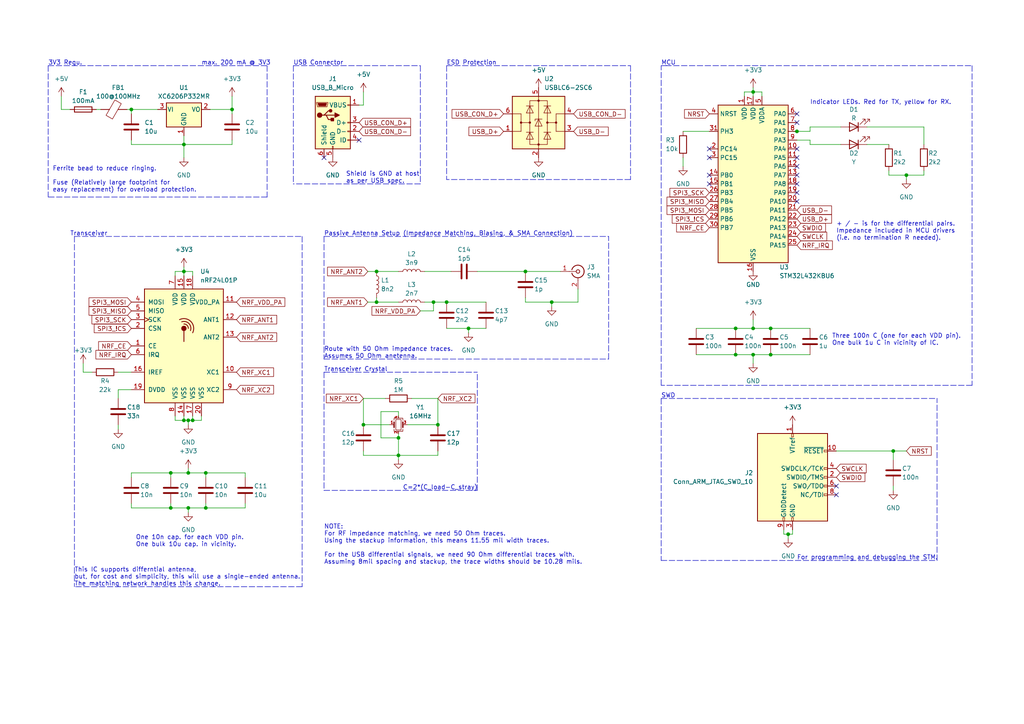
<source format=kicad_sch>
(kicad_sch (version 20230121) (generator eeschema)
  (paper "A4")
  (title_block (title "Hermes") (date "2023-08-23") (rev "A") (comment 1 "STM32 w/ RF and USB") (comment 2 "A fun little embedded sys. for experimenting with RF."))
  (lib_symbols
    (symbol "Connector:Conn_ARM_JTAG_SWD_10" (pin_names (offset 1.016))
      (property "Reference" "J" (at -2.54 16.51 0))
      (property "Value" "Conn_ARM_JTAG_SWD_10" (at -2.54 13.97 0))
      (symbol "Conn_ARM_JTAG_SWD_10_0_1"
        (rectangle (start -10.16 12.7) (end 10.16 -12.7) (stroke (width 0.254)) (fill (type background)))
        (rectangle (start -2.794 -12.7) (end -2.286 -11.684))
        (rectangle (start -0.254 -12.7) (end 0.254 -11.684))
        (rectangle (start -0.254 12.7) (end 0.254 11.684))
        (rectangle (start 9.144 2.286) (end 10.16 2.794))
        (rectangle (start 10.16 -2.794) (end 9.144 -2.286))
        (rectangle (start 10.16 -0.254) (end 9.144 0.254))
        (rectangle (start 10.16 7.874) (end 9.144 7.366))
      )
      (symbol "Conn_ARM_JTAG_SWD_10_1_1"
        (rectangle (start 9.144 -5.334) (end 10.16 -4.826))
        (pin power_in line (at 0 15.24 270) (length 2.54) (name "VTref") (number "1"))
        (pin open_collector line (at 12.7 7.62 180) (length 2.54) (name "~{RESET}") (number "10"))
        (pin bidirectional line (at 12.7 0 180) (length 2.54) (name "SWDIO/TMS") (number "2"))
        (pin power_in line (at 0 -15.24 90) (length 2.54) (name "GND") (number "3"))
        (pin output line (at 12.7 2.54 180) (length 2.54) (name "SWDCLK/TCK") (number "4"))
        (pin passive line (at 0 -15.24 90) (length 2.54) hide (name "GND") (number "5"))
        (pin input line (at 12.7 -2.54 180) (length 2.54) (name "SWO/TDO") (number "6"))
        (pin no_connect line (at -10.16 0 0) (length 2.54) hide (name "KEY") (number "7"))
        (pin output line (at 12.7 -5.08 180) (length 2.54) (name "NC/TDI") (number "8"))
        (pin passive line (at -2.54 -15.24 90) (length 2.54) (name "GNDDetect") (number "9"))
      )
    )
    (symbol "Connector:Conn_Coaxial" (pin_names (offset 1.016) hide)
      (property "Reference" "J" (at 0.254 3.048 0))
      (property "Value" "Conn_Coaxial" (at 2.921 0 90))
      (symbol "Conn_Coaxial_0_1"
        (arc (start -1.778 -0.508) (mid 0.2311 -1.8066) (end 1.778 0) (stroke (width 0.254)))
        (polyline (pts (xy -2.54 0) (xy -0.508 0)))
        (polyline (pts (xy 0 -2.54) (xy 0 -1.778)))
        (circle (center 0 0) (radius 0.508) (stroke (width 0.2032)))
        (arc (start 1.778 0) (mid 0.2099 1.8101) (end -1.778 0.508) (stroke (width 0.254)))
      )
      (symbol "Conn_Coaxial_1_1"
        (pin passive line (at -5.08 0 0) (length 2.54) (name "In") (number "1"))
        (pin passive line (at 0 -5.08 90) (length 2.54) (name "Ext") (number "2"))
      )
    )
    (symbol "Connector:USB_B_Micro" (pin_names (offset 1.016))
      (property "Reference" "J" (at -5.08 11.43 0))
      (property "Value" "USB_B_Micro" (at -5.08 8.89 0))
      (symbol "USB_B_Micro_0_1"
        (rectangle (start -5.08 -7.62) (end 5.08 7.62) (stroke (width 0.254)) (fill (type background)))
        (circle (center -3.81 2.159) (radius 0.635) (stroke (width 0.254)) (fill (type outline)))
        (circle (center -0.635 3.429) (radius 0.381) (stroke (width 0.254)) (fill (type outline)))
        (rectangle (start -0.127 -7.62) (end 0.127 -6.858))
        (polyline (pts (xy -1.905 2.159) (xy 0.635 2.159)) (stroke (width 0.254)))
        (polyline (pts (xy -3.175 2.159) (xy -2.54 2.159) (xy -1.27 3.429) (xy -0.635 3.429)) (stroke (width 0.254)))
        (polyline (pts (xy -2.54 2.159) (xy -1.905 2.159) (xy -1.27 0.889) (xy 0 0.889)) (stroke (width 0.254)))
        (polyline (pts (xy 0.635 2.794) (xy 0.635 1.524) (xy 1.905 2.159) (xy 0.635 2.794)) (stroke (width 0.254)) (fill (type outline)))
        (polyline (pts (xy -4.318 5.588) (xy -1.778 5.588) (xy -2.032 4.826) (xy -4.064 4.826) (xy -4.318 5.588)) (fill (type outline)))
        (polyline (pts (xy -4.699 5.842) (xy -4.699 5.588) (xy -4.445 4.826) (xy -4.445 4.572) (xy -1.651 4.572) (xy -1.651 4.826) (xy -1.397 5.588) (xy -1.397 5.842) (xy -4.699 5.842)))
        (rectangle (start 0.254 1.27) (end -0.508 0.508) (stroke (width 0.254)) (fill (type outline)))
        (rectangle (start 5.08 -5.207) (end 4.318 -4.953))
        (rectangle (start 5.08 -2.667) (end 4.318 -2.413))
        (rectangle (start 5.08 -0.127) (end 4.318 0.127))
        (rectangle (start 5.08 4.953) (end 4.318 5.207))
      )
      (symbol "USB_B_Micro_1_1"
        (pin power_out line (at 7.62 5.08 180) (length 2.54) (name "VBUS") (number "1"))
        (pin bidirectional line (at 7.62 -2.54 180) (length 2.54) (name "D-") (number "2"))
        (pin bidirectional line (at 7.62 0 180) (length 2.54) (name "D+") (number "3"))
        (pin passive line (at 7.62 -5.08 180) (length 2.54) (name "ID") (number "4"))
        (pin power_out line (at 0 -10.16 90) (length 2.54) (name "GND") (number "5"))
        (pin passive line (at -2.54 -10.16 90) (length 2.54) (name "Shield") (number "6"))
      )
    )
    (symbol "Device:C" (pin_numbers hide) (pin_names (offset 0.254))
      (property "Reference" "C" (at 0.635 2.54 0))
      (property "Value" "C" (at 0.635 -2.54 0))
      (symbol "C_0_1"
        (polyline (pts (xy -2.032 -0.762) (xy 2.032 -0.762)) (stroke (width 0.508)))
        (polyline (pts (xy -2.032 0.762) (xy 2.032 0.762)) (stroke (width 0.508)))
      )
      (symbol "C_1_1"
        (pin passive line (at 0 3.81 270) (length 2.794) (name "~") (number "1"))
        (pin passive line (at 0 -3.81 90) (length 2.794) (name "~") (number "2"))
      )
    )
    (symbol "Device:Crystal_GND24_Small" (pin_names (offset 1.016) hide)
      (property "Reference" "Y" (at 1.27 4.445 0))
      (property "Value" "Crystal_GND24_Small" (at 1.27 2.54 0))
      (symbol "Crystal_GND24_Small_0_1"
        (rectangle (start -0.762 -1.524) (end 0.762 1.524))
        (polyline (pts (xy -1.27 -0.762) (xy -1.27 0.762)) (stroke (width 0.381)))
        (polyline (pts (xy 1.27 -0.762) (xy 1.27 0.762)) (stroke (width 0.381)))
        (polyline (pts (xy -1.27 -1.27) (xy -1.27 -1.905) (xy 1.27 -1.905) (xy 1.27 -1.27)))
        (polyline (pts (xy -1.27 1.27) (xy -1.27 1.905) (xy 1.27 1.905) (xy 1.27 1.27)))
      )
      (symbol "Crystal_GND24_Small_1_1"
        (pin passive line (at -2.54 0 0) (length 1.27) (name "1") (number "1"))
        (pin passive line (at 0 -2.54 90) (length 0.635) (name "2") (number "2"))
        (pin passive line (at 2.54 0 180) (length 1.27) (name "3") (number "3"))
        (pin passive line (at 0 2.54 270) (length 0.635) (name "4") (number "4"))
      )
    )
    (symbol "Device:FerriteBead" (pin_numbers hide) (pin_names (offset 0))
      (property "Reference" "FB" (at -3.81 0.635 90))
      (property "Value" "FerriteBead" (at 3.81 0 90))
      (symbol "FerriteBead_0_1"
        (polyline (pts (xy 0 -1.27) (xy 0 -1.2192)))
        (polyline (pts (xy 0 1.27) (xy 0 1.2954)))
        (polyline (pts (xy -2.7686 0.4064) (xy -1.7018 2.2606) (xy 2.7686 -0.3048) (xy 1.6764 -2.159) (xy -2.7686 0.4064)))
      )
      (symbol "FerriteBead_1_1"
        (pin passive line (at 0 3.81 270) (length 2.54) (name "~") (number "1"))
        (pin passive line (at 0 -3.81 90) (length 2.54) (name "~") (number "2"))
      )
    )
    (symbol "Device:Fuse" (pin_numbers hide) (pin_names (offset 0))
      (property "Reference" "F" (at 2.032 0 90))
      (property "Value" "Fuse" (at -1.905 0 90))
      (symbol "Fuse_0_1"
        (rectangle (start -0.762 -2.54) (end 0.762 2.54) (stroke (width 0.254)))
        (polyline (pts (xy 0 2.54) (xy 0 -2.54)))
      )
      (symbol "Fuse_1_1"
        (pin passive line (at 0 3.81 270) (length 1.27) (name "~") (number "1"))
        (pin passive line (at 0 -3.81 90) (length 1.27) (name "~") (number "2"))
      )
    )
    (symbol "Device:L" (pin_numbers hide) (pin_names (offset 1.016) hide)
      (property "Reference" "L" (at -1.27 0 90))
      (property "Value" "L" (at 1.905 0 90))
      (symbol "L_0_1"
        (arc (start 0 -2.54) (mid 0.6323 -1.905) (end 0 -1.27))
        (arc (start 0 -1.27) (mid 0.6323 -0.635) (end 0 0))
        (arc (start 0 0) (mid 0.6323 0.635) (end 0 1.27))
        (arc (start 0 1.27) (mid 0.6323 1.905) (end 0 2.54))
      )
      (symbol "L_1_1"
        (pin passive line (at 0 3.81 270) (length 1.27) (name "1") (number "1"))
        (pin passive line (at 0 -3.81 90) (length 1.27) (name "2") (number "2"))
      )
    )
    (symbol "Device:LED" (pin_numbers hide) (pin_names (offset 1.016) hide)
      (property "Reference" "D" (at 0 2.54 0))
      (property "Value" "LED" (at 0 -2.54 0))
      (symbol "LED_0_1"
        (polyline (pts (xy -1.27 -1.27) (xy -1.27 1.27)) (stroke (width 0.254)))
        (polyline (pts (xy -1.27 0) (xy 1.27 0)))
        (polyline (pts (xy 1.27 -1.27) (xy 1.27 1.27) (xy -1.27 0) (xy 1.27 -1.27)) (stroke (width 0.254)))
        (polyline (pts (xy -3.048 -0.762) (xy -4.572 -2.286) (xy -3.81 -2.286) (xy -4.572 -2.286) (xy -4.572 -1.524)))
        (polyline (pts (xy -1.778 -0.762) (xy -3.302 -2.286) (xy -2.54 -2.286) (xy -3.302 -2.286) (xy -3.302 -1.524)))
      )
      (symbol "LED_1_1"
        (pin passive line (at -3.81 0 0) (length 2.54) (name "K") (number "1"))
        (pin passive line (at 3.81 0 180) (length 2.54) (name "A") (number "2"))
      )
    )
    (symbol "Device:R" (pin_numbers hide) (pin_names (offset 0))
      (property "Reference" "R" (at 2.032 0 90))
      (property "Value" "R" (at 0 0 90))
      (symbol "R_0_1"
        (rectangle (start -1.016 -2.54) (end 1.016 2.54) (stroke (width 0.254)))
      )
      (symbol "R_1_1"
        (pin passive line (at 0 3.81 270) (length 1.27) (name "~") (number "1"))
        (pin passive line (at 0 -3.81 90) (length 1.27) (name "~") (number "2"))
      )
    )
    (symbol "MCU_ST_STM32L4:STM32L432KBUx"
      (property "Reference" "U" (at -10.16 24.13 0))
      (property "Value" "STM32L432KBUx" (at 5.08 24.13 0))
      (symbol "STM32L432KBUx_0_1"
        (rectangle (start -10.16 -22.86) (end 10.16 22.86) (stroke (width 0.254)) (fill (type background)))
      )
      (symbol "STM32L432KBUx_1_1"
        (pin power_in line (at -2.54 25.4 270) (length 2.54) (name "VDD") (number "1"))
        (pin bidirectional line (at 12.7 10.16 180) (length 2.54) (name "PA4") (number "10"))
        (pin bidirectional line (at 12.7 7.62 180) (length 2.54) (name "PA5") (number "11"))
        (pin bidirectional line (at 12.7 5.08 180) (length 2.54) (name "PA6") (number "12"))
        (pin bidirectional line (at 12.7 2.54 180) (length 2.54) (name "PA7") (number "13"))
        (pin bidirectional line (at -12.7 2.54 0) (length 2.54) (name "PB0") (number "14"))
        (pin bidirectional line (at -12.7 0 0) (length 2.54) (name "PB1") (number "15"))
        (pin power_in line (at 0 -25.4 90) (length 2.54) (name "VSS") (number "16"))
        (pin power_in line (at 0 25.4 270) (length 2.54) (name "VDD") (number "17"))
        (pin bidirectional line (at 12.7 0 180) (length 2.54) (name "PA8") (number "18"))
        (pin bidirectional line (at 12.7 -2.54 180) (length 2.54) (name "PA9") (number "19"))
        (pin bidirectional line (at -12.7 10.16 0) (length 2.54) (name "PC14") (number "2"))
        (pin bidirectional line (at 12.7 -5.08 180) (length 2.54) (name "PA10") (number "20"))
        (pin bidirectional line (at 12.7 -7.62 180) (length 2.54) (name "PA11") (number "21"))
        (pin bidirectional line (at 12.7 -10.16 180) (length 2.54) (name "PA12") (number "22"))
        (pin bidirectional line (at 12.7 -12.7 180) (length 2.54) (name "PA13") (number "23"))
        (pin bidirectional line (at 12.7 -15.24 180) (length 2.54) (name "PA14") (number "24"))
        (pin bidirectional line (at 12.7 -17.78 180) (length 2.54) (name "PA15") (number "25"))
        (pin bidirectional line (at -12.7 -2.54 0) (length 2.54) (name "PB3") (number "26"))
        (pin bidirectional line (at -12.7 -5.08 0) (length 2.54) (name "PB4") (number "27"))
        (pin bidirectional line (at -12.7 -7.62 0) (length 2.54) (name "PB5") (number "28"))
        (pin bidirectional line (at -12.7 -10.16 0) (length 2.54) (name "PB6") (number "29"))
        (pin bidirectional line (at -12.7 7.62 0) (length 2.54) (name "PC15") (number "3"))
        (pin bidirectional line (at -12.7 -12.7 0) (length 2.54) (name "PB7") (number "30"))
        (pin bidirectional line (at -12.7 15.24 0) (length 2.54) (name "PH3") (number "31"))
        (pin passive line (at 0 -25.4 90) (length 2.54) hide (name "VSS") (number "32"))
        (pin passive line (at 0 -25.4 90) (length 2.54) hide (name "VSS") (number "33"))
        (pin input line (at -12.7 20.32 0) (length 2.54) (name "NRST") (number "4"))
        (pin power_in line (at 2.54 25.4 270) (length 2.54) (name "VDDA") (number "5"))
        (pin bidirectional line (at 12.7 20.32 180) (length 2.54) (name "PA0") (number "6"))
        (pin bidirectional line (at 12.7 17.78 180) (length 2.54) (name "PA1") (number "7"))
        (pin bidirectional line (at 12.7 15.24 180) (length 2.54) (name "PA2") (number "8"))
        (pin bidirectional line (at 12.7 12.7 180) (length 2.54) (name "PA3") (number "9"))
      )
    )
    (symbol "Power_Protection:USBLC6-2SC6" (pin_names hide)
      (property "Reference" "U" (at 2.54 8.89 0))
      (property "Value" "USBLC6-2SC6" (at 2.54 -8.89 0))
      (symbol "USBLC6-2SC6_0_1"
        (rectangle (start -7.62 -7.62) (end 7.62 7.62) (stroke (width 0.254)) (fill (type background)))
        (circle (center -5.08 0) (radius 0.254) (fill (type outline)))
        (circle (center -2.54 0) (radius 0.254) (fill (type outline)))
        (rectangle (start -2.54 6.35) (end 2.54 -6.35))
        (circle (center 0 -6.35) (radius 0.254) (fill (type outline)))
        (polyline (pts (xy -5.08 -2.54) (xy -7.62 -2.54)))
        (polyline (pts (xy -5.08 0) (xy -5.08 -2.54)))
        (polyline (pts (xy -5.08 2.54) (xy -7.62 2.54)))
        (polyline (pts (xy -1.524 -2.794) (xy -3.556 -2.794)))
        (polyline (pts (xy -1.524 4.826) (xy -3.556 4.826)))
        (polyline (pts (xy 0 -7.62) (xy 0 -6.35)))
        (polyline (pts (xy 0 -6.35) (xy 0 1.27)))
        (polyline (pts (xy 0 1.27) (xy 0 6.35)))
        (polyline (pts (xy 0 6.35) (xy 0 7.62)))
        (polyline (pts (xy 1.524 -2.794) (xy 3.556 -2.794)))
        (polyline (pts (xy 1.524 4.826) (xy 3.556 4.826)))
        (polyline (pts (xy 5.08 -2.54) (xy 7.62 -2.54)))
        (polyline (pts (xy 5.08 0) (xy 5.08 -2.54)))
        (polyline (pts (xy 5.08 2.54) (xy 7.62 2.54)))
        (polyline (pts (xy -2.54 0) (xy -5.08 0) (xy -5.08 2.54)))
        (polyline (pts (xy 2.54 0) (xy 5.08 0) (xy 5.08 2.54)))
        (polyline (pts (xy -3.556 -4.826) (xy -1.524 -4.826) (xy -2.54 -2.794) (xy -3.556 -4.826)))
        (polyline (pts (xy -3.556 2.794) (xy -1.524 2.794) (xy -2.54 4.826) (xy -3.556 2.794)))
        (polyline (pts (xy -1.016 -1.016) (xy 1.016 -1.016) (xy 0 1.016) (xy -1.016 -1.016)))
        (polyline (pts (xy 1.016 1.016) (xy 0.762 1.016) (xy -1.016 1.016) (xy -1.016 0.508)))
        (polyline (pts (xy 3.556 -4.826) (xy 1.524 -4.826) (xy 2.54 -2.794) (xy 3.556 -4.826)))
        (polyline (pts (xy 3.556 2.794) (xy 1.524 2.794) (xy 2.54 4.826) (xy 3.556 2.794)))
        (circle (center 0 6.35) (radius 0.254) (fill (type outline)))
        (circle (center 2.54 0) (radius 0.254) (fill (type outline)))
        (circle (center 5.08 0) (radius 0.254) (fill (type outline)))
      )
      (symbol "USBLC6-2SC6_1_1"
        (pin passive line (at -10.16 -2.54 0) (length 2.54) (name "I/O1") (number "1"))
        (pin passive line (at 0 -10.16 90) (length 2.54) (name "GND") (number "2"))
        (pin passive line (at 10.16 -2.54 180) (length 2.54) (name "I/O2") (number "3"))
        (pin passive line (at 10.16 2.54 180) (length 2.54) (name "I/O2") (number "4"))
        (pin passive line (at 0 10.16 270) (length 2.54) (name "VBUS") (number "5"))
        (pin passive line (at -10.16 2.54 0) (length 2.54) (name "I/O1") (number "6"))
      )
    )
    (symbol "RF:nRF24L01P" (pin_names (offset 1.016))
      (property "Reference" "U" (at -11.43 17.78 0))
      (property "Value" "nRF24L01P" (at 5.08 17.78 0))
      (symbol "nRF24L01P_0_1"
        (rectangle (start -11.43 16.51) (end 11.43 -16.51) (stroke (width 0.254)) (fill (type background)))
        (polyline (pts (xy 0 4.445) (xy 0 1.27)) (stroke (width 0.254)))
        (circle (center 0 5.08) (radius 0.635) (stroke (width 0.254)) (fill (type outline)))
        (arc (start 1.27 5.08) (mid 0.9071 5.9946) (end 0 6.35) (stroke (width 0.254)))
        (arc (start 1.905 4.445) (mid 1.4313 6.5254) (end -0.635 6.985) (stroke (width 0.254)))
        (arc (start 2.54 3.81) (mid 2.008 7.088) (end -1.27 7.62) (stroke (width 0.254)))
        (rectangle (start 11.43 -13.97) (end 11.43 -13.97))
      )
      (symbol "nRF24L01P_1_1"
        (pin input line (at -15.24 0 0) (length 3.81) (name "CE") (number "1"))
        (pin passive line (at 15.24 -7.62 180) (length 3.81) (name "XC1") (number "10"))
        (pin power_out line (at 15.24 12.7 180) (length 3.81) (name "VDD_PA") (number "11"))
        (pin passive line (at 15.24 7.62 180) (length 3.81) (name "ANT1") (number "12"))
        (pin passive line (at 15.24 2.54 180) (length 3.81) (name "ANT2") (number "13"))
        (pin power_in line (at 0 -20.32 90) (length 3.81) (name "VSS") (number "14"))
        (pin power_in line (at 0 20.32 270) (length 3.81) (name "VDD") (number "15"))
        (pin passive line (at -15.24 -7.62 0) (length 3.81) (name "IREF") (number "16"))
        (pin power_in line (at 2.54 -20.32 90) (length 3.81) (name "VSS") (number "17"))
        (pin power_in line (at 2.54 20.32 270) (length 3.81) (name "VDD") (number "18"))
        (pin power_out line (at -15.24 -12.7 0) (length 3.81) (name "DVDD") (number "19"))
        (pin input line (at -15.24 5.08 0) (length 3.81) (name "CSN") (number "2"))
        (pin power_in line (at 5.08 -20.32 90) (length 3.81) (name "VSS") (number "20"))
        (pin input clock (at -15.24 7.62 0) (length 3.81) (name "SCK") (number "3"))
        (pin input line (at -15.24 12.7 0) (length 3.81) (name "MOSI") (number "4"))
        (pin output line (at -15.24 10.16 0) (length 3.81) (name "MISO") (number "5"))
        (pin output line (at -15.24 -2.54 0) (length 3.81) (name "IRQ") (number "6"))
        (pin power_in line (at -2.54 20.32 270) (length 3.81) (name "VDD") (number "7"))
        (pin power_in line (at -2.54 -20.32 90) (length 3.81) (name "VSS") (number "8"))
        (pin passive line (at 15.24 -12.7 180) (length 3.81) (name "XC2") (number "9"))
      )
    )
    (symbol "Regulator_Linear:XC6206PxxxMR" (pin_names (offset 0.254))
      (property "Reference" "U" (at -3.81 3.175 0))
      (property "Value" "XC6206PxxxMR" (at 0 3.175 0))
      (symbol "XC6206PxxxMR_0_1"
        (rectangle (start -5.08 1.905) (end 5.08 -5.08) (stroke (width 0.254)) (fill (type background)))
      )
      (symbol "XC6206PxxxMR_1_1"
        (pin power_in line (at 0 -7.62 90) (length 2.54) (name "GND") (number "1"))
        (pin power_out line (at 7.62 0 180) (length 2.54) (name "VO") (number "2"))
        (pin power_in line (at -7.62 0 0) (length 2.54) (name "VI") (number "3"))
      )
    )
    (symbol "power:+3V3" (power) (pin_names (offset 0))
      (property "Value" "+3V3" (at 0 3.556 0))
      (symbol "+3V3_0_1"
        (polyline (pts (xy -0.762 1.27) (xy 0 2.54)))
        (polyline (pts (xy 0 0) (xy 0 2.54)))
        (polyline (pts (xy 0 2.54) (xy 0.762 1.27)))
      )
      (symbol "+3V3_1_1"
        (pin power_in line (at 0 0 90) (length 0) hide (name "+3V3") (number "1"))
      )
    )
    (symbol "power:+5V" (power) (pin_names (offset 0))
      (property "Value" "+5V" (at 0 3.556 0))
      (symbol "+5V_0_1"
        (polyline (pts (xy -0.762 1.27) (xy 0 2.54)))
        (polyline (pts (xy 0 0) (xy 0 2.54)))
        (polyline (pts (xy 0 2.54) (xy 0.762 1.27)))
      )
      (symbol "+5V_1_1"
        (pin power_in line (at 0 0 90) (length 0) hide (name "+5V") (number "1"))
      )
    )
    (symbol "power:GND" (power) (pin_names (offset 0))
      (property "Value" "GND" (at 0 -3.81 0))
      (symbol "GND_0_1"
        (polyline (pts (xy 0 0) (xy 0 -1.27) (xy 1.27 -1.27) (xy 0 -2.54) (xy -1.27 -1.27) (xy 0 -1.27)))
      )
      (symbol "GND_1_1"
        (pin power_in line (at 0 0 270) (length 0) hide (name "GND") (number "1"))
      )
    )
  )
  (junction (at 127 123.19))
  (junction (at 125.73 87.63))
  (junction (at 67.31 31.75))
  (junction (at 115.57 132.08))
  (junction (at 49.53 137.16))
  (junction (at 218.44 26.67))
  (junction (at 223.52 102.87))
  (junction (at 109.22 78.74))
  (junction (at 129.54 87.63))
  (junction (at 152.4 78.74))
  (junction (at 218.44 102.87))
  (junction (at 55.88 121.92))
  (junction (at 160.02 87.63))
  (junction (at 105.41 123.19))
  (junction (at 53.34 41.91))
  (junction (at 54.61 137.16))
  (junction (at 115.57 127))
  (junction (at 59.69 147.32))
  (junction (at 135.89 95.25))
  (junction (at 223.52 95.25))
  (junction (at 109.22 87.63))
  (junction (at 53.34 121.92))
  (junction (at 53.34 78.74))
  (junction (at 262.89 50.8))
  (junction (at 228.6 154.94))
  (junction (at 59.69 137.16))
  (junction (at 213.36 102.87))
  (junction (at 231.14 38.1))
  (junction (at 54.61 121.92))
  (junction (at 213.36 95.25))
  (junction (at 49.53 147.32))
  (junction (at 218.44 95.25))
  (junction (at 54.61 147.32))
  (junction (at 259.08 130.81))
  (junction (at 38.1 31.75))
  (no_connect (at 205.74 45.72))
  (no_connect (at 231.14 58.42))
  (no_connect (at 231.14 35.56))
  (no_connect (at 231.14 55.88))
  (no_connect (at 231.14 43.18))
  (no_connect (at 231.14 45.72))
  (no_connect (at 231.14 33.02))
  (no_connect (at 242.57 140.97))
  (no_connect (at 242.57 143.51))
  (no_connect (at 231.14 48.26))
  (no_connect (at 205.74 43.18))
  (no_connect (at 93.98 45.72))
  (no_connect (at 231.14 50.8))
  (no_connect (at 104.14 40.64))
  (no_connect (at 231.14 53.34))
  (no_connect (at 205.74 50.8))
  (no_connect (at 205.74 53.34))
  (polyline (pts (xy 93.98 68.58) (xy 176.53 68.58)) (stroke (width 0) (type dash)))
  (wire (pts (xy 201.93 102.87) (xy 213.36 102.87)))
  (wire (pts (xy 198.12 45.72) (xy 198.12 48.26)))
  (polyline (pts (xy 281.94 111.76) (xy 191.77 111.76)) (stroke (width 0) (type dash)))
  (wire (pts (xy 104.14 30.48) (xy 105.41 30.48)))
  (wire (pts (xy 105.41 132.08) (xy 115.57 132.08)))
  (wire (pts (xy 49.53 146.05) (xy 49.53 147.32)))
  (polyline (pts (xy 85.09 19.05) (xy 121.92 19.05)) (stroke (width 0) (type dash)))
  (wire (pts (xy 53.34 78.74) (xy 53.34 80.01)))
  (wire (pts (xy 53.34 120.65) (xy 53.34 121.92)))
  (wire (pts (xy 58.42 121.92) (xy 58.42 120.65)))
  (wire (pts (xy 229.87 38.1) (xy 231.14 38.1)))
  (wire (pts (xy 59.69 147.32) (xy 71.12 147.32)))
  (polyline (pts (xy 176.53 104.14) (xy 176.53 68.58)) (stroke (width 0) (type dash)))
  (polyline (pts (xy 87.63 68.58) (xy 87.63 170.18)) (stroke (width 0) (type dash)))
  (wire (pts (xy 135.89 95.25) (xy 140.97 95.25)))
  (polyline (pts (xy 271.78 162.56) (xy 271.78 115.57)) (stroke (width 0) (type dash)))
  (wire (pts (xy 115.57 125.73) (xy 115.57 127)))
  (wire (pts (xy 109.22 86.36) (xy 109.22 87.63)))
  (wire (pts (xy 125.73 87.63) (xy 129.54 87.63)))
  (polyline (pts (xy 85.09 19.05) (xy 85.09 53.34)) (stroke (width 0) (type dash)))
  (wire (pts (xy 129.54 87.63) (xy 140.97 87.63)))
  (wire (pts (xy 251.46 41.91) (xy 257.81 41.91)))
  (wire (pts (xy 67.31 40.64) (xy 67.31 41.91)))
  (wire (pts (xy 257.81 49.53) (xy 257.81 50.8)))
  (wire (pts (xy 49.53 147.32) (xy 54.61 147.32)))
  (wire (pts (xy 218.44 26.67) (xy 220.98 26.67)))
  (wire (pts (xy 152.4 78.74) (xy 162.56 78.74)))
  (wire (pts (xy 167.64 87.63) (xy 167.64 83.82)))
  (polyline (pts (xy 191.77 115.57) (xy 271.78 115.57)) (stroke (width 0) (type dash)))
  (wire (pts (xy 50.8 78.74) (xy 50.8 80.01)))
  (wire (pts (xy 53.34 41.91) (xy 53.34 45.72)))
  (wire (pts (xy 115.57 127) (xy 115.57 132.08)))
  (wire (pts (xy 106.68 87.63) (xy 109.22 87.63)))
  (wire (pts (xy 160.02 87.63) (xy 167.64 87.63)))
  (wire (pts (xy 259.08 130.81) (xy 259.08 133.35)))
  (wire (pts (xy 109.22 87.63) (xy 115.57 87.63)))
  (wire (pts (xy 228.6 154.94) (xy 229.87 154.94)))
  (wire (pts (xy 251.46 36.83) (xy 267.97 36.83)))
  (wire (pts (xy 129.54 95.25) (xy 135.89 95.25)))
  (wire (pts (xy 38.1 113.03) (xy 34.29 113.03)))
  (wire (pts (xy 50.8 78.74) (xy 53.34 78.74)))
  (polyline (pts (xy 191.77 19.05) (xy 194.31 19.05)) (stroke (width 0) (type dash)))
  (polyline (pts (xy 191.77 111.76) (xy 191.77 19.05)) (stroke (width 0) (type dash)))
  (wire (pts (xy 135.89 95.25) (xy 135.89 96.52)))
  (wire (pts (xy 234.95 36.83) (xy 234.95 38.1)))
  (wire (pts (xy 218.44 102.87) (xy 218.44 105.41)))
  (wire (pts (xy 119.38 115.57) (xy 127 115.57)))
  (wire (pts (xy 234.95 36.83) (xy 243.84 36.83)))
  (polyline (pts (xy 193.04 19.05) (xy 281.94 19.05)) (stroke (width 0) (type dash)))
  (polyline (pts (xy 93.98 104.14) (xy 176.53 104.14)) (stroke (width 0) (type dash)))
  (wire (pts (xy 138.43 78.74) (xy 152.4 78.74)))
  (wire (pts (xy 38.1 41.91) (xy 53.34 41.91)))
  (polyline (pts (xy 13.97 19.05) (xy 13.97 57.15)) (stroke (width 0) (type dash)))
  (polyline (pts (xy 121.92 19.05) (xy 121.92 53.34)) (stroke (width 0) (type dash)))
  (wire (pts (xy 213.36 95.25) (xy 218.44 95.25)))
  (wire (pts (xy 223.52 102.87) (xy 234.95 102.87)))
  (wire (pts (xy 26.67 107.95) (xy 24.13 107.95)))
  (wire (pts (xy 234.95 38.1) (xy 231.14 38.1)))
  (wire (pts (xy 110.49 119.38) (xy 115.57 119.38)))
  (polyline (pts (xy 129.54 19.05) (xy 182.88 19.05)) (stroke (width 0) (type dash)))
  (wire (pts (xy 59.69 146.05) (xy 59.69 147.32)))
  (wire (pts (xy 67.31 31.75) (xy 67.31 33.02)))
  (wire (pts (xy 220.98 26.67) (xy 220.98 27.94)))
  (wire (pts (xy 34.29 107.95) (xy 38.1 107.95)))
  (wire (pts (xy 60.96 31.75) (xy 67.31 31.75)))
  (wire (pts (xy 55.88 120.65) (xy 55.88 121.92)))
  (wire (pts (xy 115.57 132.08) (xy 127 132.08)))
  (wire (pts (xy 17.78 31.75) (xy 20.32 31.75)))
  (wire (pts (xy 54.61 121.92) (xy 54.61 123.19)))
  (wire (pts (xy 38.1 137.16) (xy 49.53 137.16)))
  (polyline (pts (xy 182.88 19.05) (xy 182.88 52.07)) (stroke (width 0) (type dash)))
  (polyline (pts (xy 87.63 170.18) (xy 21.59 170.18)) (stroke (width 0) (type dash)))
  (wire (pts (xy 53.34 77.47) (xy 53.34 78.74)))
  (wire (pts (xy 218.44 95.25) (xy 223.52 95.25)))
  (wire (pts (xy 218.44 92.71) (xy 218.44 95.25)))
  (wire (pts (xy 38.1 146.05) (xy 38.1 147.32)))
  (wire (pts (xy 234.95 40.64) (xy 234.95 41.91)))
  (polyline (pts (xy 138.43 142.24) (xy 138.43 107.95)) (stroke (width 0) (type dash)))
  (wire (pts (xy 257.81 50.8) (xy 262.89 50.8)))
  (wire (pts (xy 49.53 137.16) (xy 49.53 138.43)))
  (polyline (pts (xy 129.54 19.05) (xy 129.54 52.07)) (stroke (width 0) (type dash)))
  (wire (pts (xy 115.57 119.38) (xy 115.57 120.65)))
  (wire (pts (xy 27.94 31.75) (xy 29.21 31.75)))
  (wire (pts (xy 54.61 137.16) (xy 59.69 137.16)))
  (polyline (pts (xy 121.92 53.34) (xy 85.09 53.34)) (stroke (width 0) (type dash)))
  (wire (pts (xy 53.34 121.92) (xy 54.61 121.92)))
  (wire (pts (xy 152.4 86.36) (xy 152.4 87.63)))
  (wire (pts (xy 38.1 41.91) (xy 38.1 40.64)))
  (polyline (pts (xy 191.77 162.56) (xy 271.78 162.56)) (stroke (width 0) (type dash)))
  (polyline (pts (xy 93.98 68.58) (xy 93.98 104.14)) (stroke (width 0) (type dash)))
  (wire (pts (xy 38.1 31.75) (xy 45.72 31.75)))
  (polyline (pts (xy 93.98 107.95) (xy 138.43 107.95)) (stroke (width 0) (type dash)))
  (wire (pts (xy 106.68 78.74) (xy 109.22 78.74)))
  (polyline (pts (xy 281.94 19.05) (xy 281.94 111.76)) (stroke (width 0) (type dash)))
  (wire (pts (xy 24.13 105.41) (xy 24.13 107.95)))
  (wire (pts (xy 259.08 140.97) (xy 259.08 142.24)))
  (wire (pts (xy 71.12 137.16) (xy 71.12 138.43)))
  (wire (pts (xy 123.19 78.74) (xy 130.81 78.74)))
  (wire (pts (xy 105.41 123.19) (xy 105.41 115.57)))
  (polyline (pts (xy 21.59 68.58) (xy 21.59 170.18)) (stroke (width 0) (type dash)))
  (wire (pts (xy 54.61 147.32) (xy 59.69 147.32)))
  (wire (pts (xy 218.44 102.87) (xy 223.52 102.87)))
  (wire (pts (xy 215.9 26.67) (xy 218.44 26.67)))
  (wire (pts (xy 218.44 26.67) (xy 218.44 27.94)))
  (wire (pts (xy 127 132.08) (xy 127 130.81)))
  (polyline (pts (xy 93.98 107.95) (xy 93.98 142.24)) (stroke (width 0) (type dash)))
  (wire (pts (xy 110.49 127) (xy 110.49 119.38)))
  (wire (pts (xy 54.61 147.32) (xy 54.61 148.59)))
  (wire (pts (xy 50.8 121.92) (xy 53.34 121.92)))
  (wire (pts (xy 227.33 154.94) (xy 228.6 154.94)))
  (wire (pts (xy 198.12 38.1) (xy 205.74 38.1)))
  (wire (pts (xy 34.29 123.19) (xy 34.29 124.46)))
  (wire (pts (xy 152.4 87.63) (xy 160.02 87.63)))
  (wire (pts (xy 234.95 41.91) (xy 243.84 41.91)))
  (wire (pts (xy 223.52 95.25) (xy 234.95 95.25)))
  (wire (pts (xy 267.97 36.83) (xy 267.97 41.91)))
  (wire (pts (xy 229.87 154.94) (xy 229.87 153.67)))
  (wire (pts (xy 262.89 50.8) (xy 262.89 52.07)))
  (wire (pts (xy 259.08 130.81) (xy 262.89 130.81)))
  (polyline (pts (xy 93.98 142.24) (xy 138.43 142.24)) (stroke (width 0) (type dash)))
  (wire (pts (xy 160.02 87.63) (xy 160.02 88.9)))
  (wire (pts (xy 105.41 130.81) (xy 105.41 132.08)))
  (wire (pts (xy 55.88 121.92) (xy 58.42 121.92)))
  (polyline (pts (xy 191.77 115.57) (xy 191.77 162.56)) (stroke (width 0) (type dash)))
  (wire (pts (xy 115.57 132.08) (xy 115.57 133.35)))
  (wire (pts (xy 50.8 120.65) (xy 50.8 121.92)))
  (polyline (pts (xy 21.59 68.58) (xy 87.63 68.58)) (stroke (width 0) (type dash)))
  (wire (pts (xy 218.44 25.4) (xy 218.44 26.67)))
  (wire (pts (xy 125.73 87.63) (xy 125.73 90.17)))
  (wire (pts (xy 67.31 27.94) (xy 67.31 31.75)))
  (wire (pts (xy 38.1 138.43) (xy 38.1 137.16)))
  (wire (pts (xy 121.92 90.17) (xy 125.73 90.17)))
  (wire (pts (xy 49.53 137.16) (xy 54.61 137.16)))
  (wire (pts (xy 115.57 127) (xy 110.49 127)))
  (wire (pts (xy 38.1 147.32) (xy 49.53 147.32)))
  (wire (pts (xy 123.19 87.63) (xy 125.73 87.63)))
  (polyline (pts (xy 182.88 52.07) (xy 129.54 52.07)) (stroke (width 0) (type dash)))
  (wire (pts (xy 105.41 26.67) (xy 105.41 30.48)))
  (polyline (pts (xy 77.47 19.05) (xy 77.47 57.15)) (stroke (width 0) (type dash)))
  (wire (pts (xy 17.78 27.94) (xy 17.78 31.75)))
  (wire (pts (xy 267.97 50.8) (xy 267.97 49.53)))
  (wire (pts (xy 213.36 102.87) (xy 218.44 102.87)))
  (polyline (pts (xy 77.47 57.15) (xy 13.97 57.15)) (stroke (width 0) (type dash)))
  (wire (pts (xy 262.89 50.8) (xy 267.97 50.8)))
  (wire (pts (xy 53.34 39.37) (xy 53.34 41.91)))
  (wire (pts (xy 127 115.57) (xy 127 123.19)))
  (polyline (pts (xy 13.97 19.05) (xy 77.47 19.05)) (stroke (width 0) (type dash)))
  (wire (pts (xy 109.22 78.74) (xy 115.57 78.74)))
  (wire (pts (xy 242.57 130.81) (xy 259.08 130.81)))
  (wire (pts (xy 34.29 113.03) (xy 34.29 115.57)))
  (wire (pts (xy 227.33 153.67) (xy 227.33 154.94)))
  (wire (pts (xy 105.41 123.19) (xy 113.03 123.19)))
  (wire (pts (xy 105.41 115.57) (xy 111.76 115.57)))
  (wire (pts (xy 59.69 137.16) (xy 71.12 137.16)))
  (wire (pts (xy 36.83 31.75) (xy 38.1 31.75)))
  (wire (pts (xy 228.6 154.94) (xy 228.6 156.21)))
  (wire (pts (xy 71.12 147.32) (xy 71.12 146.05)))
  (wire (pts (xy 38.1 33.02) (xy 38.1 31.75)))
  (wire (pts (xy 118.11 123.19) (xy 127 123.19)))
  (wire (pts (xy 67.31 41.91) (xy 53.34 41.91)))
  (wire (pts (xy 55.88 80.01) (xy 55.88 78.74)))
  (wire (pts (xy 53.34 78.74) (xy 55.88 78.74)))
  (wire (pts (xy 54.61 135.89) (xy 54.61 137.16)))
  (wire (pts (xy 215.9 27.94) (xy 215.9 26.67)))
  (wire (pts (xy 54.61 121.92) (xy 55.88 121.92)))
  (wire (pts (xy 59.69 137.16) (xy 59.69 138.43)))
  (wire (pts (xy 201.93 95.25) (xy 213.36 95.25)))
  (wire (pts (xy 231.14 40.64) (xy 234.95 40.64)))
  (text "This IC supports differntial antenna, \nbut, for cost and simplicity, this will use a single-ended antenna. \nThe matching network handles this change." (at 21.59 170.18 0) (effects (font (size 1.27 1.27)) (justify left bottom)))
  (text "Transceiver Crystal" (at 93.98 107.95 0) (effects (font (size 1.27 1.27)) (justify left bottom)))
  (text "NOTE:\nFor RF impedance matching, we need 50 Ohm traces.  \nUsing the stackup information, this means 11.55 mil width traces.\n\nFor the USB differential signals, we need 90 Ohm differential traces with.\nAssuming 8mil spacing and stackup, the trace widths should be 10.28 mils." (at 93.98 163.83 0) (effects (font (size 1.27 1.27)) (justify left bottom)))
  (text "Indicator LEDs. Red for TX, yellow for RX." (at 234.95 30.48 0) (effects (font (size 1.27 1.27)) (justify left bottom)))
  (text "C=2*(C_load-C_stray)" (at 116.84 142.24 0) (effects (font (size 1.27 1.27)) (justify left bottom)))
  (text "Three 100n C (one for each VDD pin).\nOne bulk 1u C in vicinity of IC." (at 241.3 100.33 0) (effects (font (size 1.27 1.27)) (justify left bottom)))
  (text "USB Connector" (at 85.09 19.05 0) (effects (font (size 1.27 1.27)) (justify left bottom)))
  (text "Shield is GND at host \nas per USB spec." (at 100.33 53.34 0) (effects (font (size 1.27 1.27)) (justify left bottom)))
  (text "max. 200 mA @ 3V3" (at 58.42 19.05 0) (effects (font (size 1.27 1.27)) (justify left bottom)))
  (text "Passive Antenna Setup (Impedance Matching, Biasing, & SMA Connection)" (at 93.98 68.58 0) (effects (font (size 1.27 1.27)) (justify left bottom)))
  (text "Route with 50 Ohm impedance traces.\nAssumes 50 Ohm anetenna." (at 93.98 104.14 0) (effects (font (size 1.27 1.27)) (justify left bottom)))
  (text "For programming and debugging the STM." (at 231.14 162.56 0) (effects (font (size 1.27 1.27)) (justify left bottom)))
  (text "Ferrite bead to reduce ringing.\n\nFuse (Relatively large footprint for \neasy replacement) for overload protection." (at 15.24 55.88 0) (effects (font (size 1.27 1.27)) (justify left bottom)))
  (text "Transceiver" (at 20.32 68.58 0) (effects (font (size 1.27 1.27)) (justify left bottom)))
  (text "SWD\n" (at 191.77 115.57 0) (effects (font (size 1.27 1.27)) (justify left bottom)))
  (text "One 10n cap. for each VDD pin.\nOne bulk 10u cap. in vicinity." (at 39.37 158.75 0) (effects (font (size 1.27 1.27)) (justify left bottom)))
  (text "MCU\n" (at 191.77 19.05 0) (effects (font (size 1.27 1.27)) (justify left bottom)))
  (text "+ / - is for the differential pairs.\nImpedance included in MCU drivers\n(i.e. no termination R needed)." (at 242.57 69.85 0) (effects (font (size 1.27 1.27)) (justify left bottom)))
  (text "ESD Protection" (at 129.54 19.05 0) (effects (font (size 1.27 1.27)) (justify left bottom)))
  (text "3V3 Regu." (at 13.97 19.05 0) (effects (font (size 1.27 1.27)) (justify left bottom)))
  (global_label "SPI3_SCK" (shape input) (at 205.74 55.88 180) (property "Intersheetrefs" "${INTERSHEET_REFS}" (effects hide)))
  (global_label "NRF_ANT2" (shape input) (at 68.58 97.79 0) (property "Intersheetrefs" "${INTERSHEET_REFS}" (effects hide)))
  (global_label "NRF_IRQ" (shape input) (at 38.1 102.87 180) (property "Intersheetrefs" "${INTERSHEET_REFS}" (effects hide)))
  (global_label "USB_D-" (shape input) (at 231.14 60.96 0) (property "Intersheetrefs" "${INTERSHEET_REFS}" (effects hide)))
  (global_label "NRST" (shape input) (at 262.89 130.81 0) (property "Intersheetrefs" "${INTERSHEET_REFS}" (effects hide)))
  (global_label "NRF_XC2" (shape input) (at 127 115.57 0) (property "Intersheetrefs" "${INTERSHEET_REFS}" (effects hide)))
  (global_label "SWDIO" (shape input) (at 231.14 66.04 0) (property "Intersheetrefs" "${INTERSHEET_REFS}" (effects hide)))
  (global_label "USB_D-" (shape input) (at 166.37 38.1 0) (property "Intersheetrefs" "${INTERSHEET_REFS}" (effects hide)))
  (global_label "USB_CON_D+" (shape input) (at 146.05 33.02 180) (property "Intersheetrefs" "${INTERSHEET_REFS}" (effects hide)))
  (global_label "NRST" (shape input) (at 205.74 33.02 180) (property "Intersheetrefs" "${INTERSHEET_REFS}" (effects hide)))
  (global_label "NRF_VDD_PA" (shape input) (at 121.92 90.17 180) (property "Intersheetrefs" "${INTERSHEET_REFS}" (effects hide)))
  (global_label "SWDIO" (shape input) (at 242.57 138.43 0) (property "Intersheetrefs" "${INTERSHEET_REFS}" (effects hide)))
  (global_label "SPI3_MISO" (shape input) (at 38.1 90.17 180) (property "Intersheetrefs" "${INTERSHEET_REFS}" (effects hide)))
  (global_label "NRF_IRQ" (shape input) (at 231.14 71.12 0) (property "Intersheetrefs" "${INTERSHEET_REFS}" (effects hide)))
  (global_label "NRF_VDD_PA" (shape input) (at 68.58 87.63 0) (property "Intersheetrefs" "${INTERSHEET_REFS}" (effects hide)))
  (global_label "SPI3_MISO" (shape input) (at 205.74 58.42 180) (property "Intersheetrefs" "${INTERSHEET_REFS}" (effects hide)))
  (global_label "SWCLK" (shape input) (at 242.57 135.89 0) (property "Intersheetrefs" "${INTERSHEET_REFS}" (effects hide)))
  (global_label "SPI3_MOSI" (shape input) (at 205.74 60.96 180) (property "Intersheetrefs" "${INTERSHEET_REFS}" (effects hide)))
  (global_label "NRF_XC1" (shape input) (at 68.58 107.95 0) (property "Intersheetrefs" "${INTERSHEET_REFS}" (effects hide)))
  (global_label "USB_D+" (shape input) (at 231.14 63.5 0) (property "Intersheetrefs" "${INTERSHEET_REFS}" (effects hide)))
  (global_label "SPI3_!CS" (shape input) (at 38.1 95.25 180) (property "Intersheetrefs" "${INTERSHEET_REFS}" (effects hide)))
  (global_label "NRF_CE" (shape input) (at 38.1 100.33 180) (property "Intersheetrefs" "${INTERSHEET_REFS}" (effects hide)))
  (global_label "SPI3_MOSI" (shape input) (at 38.1 87.63 180) (property "Intersheetrefs" "${INTERSHEET_REFS}" (effects hide)))
  (global_label "NRF_ANT1" (shape input) (at 106.68 87.63 180) (property "Intersheetrefs" "${INTERSHEET_REFS}" (effects hide)))
  (global_label "NRF_XC1" (shape input) (at 105.41 115.57 180) (property "Intersheetrefs" "${INTERSHEET_REFS}" (effects hide)))
  (global_label "USB_CON_D-" (shape input) (at 166.37 33.02 0) (property "Intersheetrefs" "${INTERSHEET_REFS}" (effects hide)))
  (global_label "SPI3_SCK" (shape input) (at 38.1 92.71 180) (property "Intersheetrefs" "${INTERSHEET_REFS}" (effects hide)))
  (global_label "USB_D+" (shape input) (at 146.05 38.1 180) (property "Intersheetrefs" "${INTERSHEET_REFS}" (effects hide)))
  (global_label "USB_CON_D+" (shape input) (at 104.14 35.56 0) (property "Intersheetrefs" "${INTERSHEET_REFS}" (effects hide)))
  (global_label "USB_CON_D-" (shape input) (at 104.14 38.1 0) (property "Intersheetrefs" "${INTERSHEET_REFS}" (effects hide)))
  (global_label "NRF_XC2" (shape input) (at 68.58 113.03 0) (property "Intersheetrefs" "${INTERSHEET_REFS}" (effects hide)))
  (global_label "SPI3_!CS" (shape input) (at 205.74 63.5 180) (property "Intersheetrefs" "${INTERSHEET_REFS}" (effects hide)))
  (global_label "NRF_ANT2" (shape input) (at 106.68 78.74 180) (property "Intersheetrefs" "${INTERSHEET_REFS}" (effects hide)))
  (global_label "SWCLK" (shape input) (at 231.14 68.58 0) (property "Intersheetrefs" "${INTERSHEET_REFS}" (effects hide)))
  (global_label "NRF_CE" (shape input) (at 205.74 66.04 180) (property "Intersheetrefs" "${INTERSHEET_REFS}" (effects hide)))
  (global_label "NRF_ANT1" (shape input) (at 68.58 92.71 0) (property "Intersheetrefs" "${INTERSHEET_REFS}" (effects hide)))
  (symbol (lib_id "Power_Protection:USBLC6-2SC6") (at 156.21 35.56 0) (unit 1)
    (property "Reference" "U2" (at 157.8611 22.86 0) (effects (justify left)))
    (property "Value" "USBLC6-2SC6" (at 157.8611 25.4 0) (effects (justify left)))
    (property "Footprint" "Package_TO_SOT_SMD:SOT-23-6" (effects hide))
    (property "Datasheet" "https://www.st.com/resource/en/datasheet/usblc6-2.pdf" (effects hide))
  )
  (symbol (lib_id "power:GND") (at 259.08 142.24 0) (unit 1)
    (property "Reference" "#PWR016" (effects hide))
    (property "Value" "GND" (at 259.08 147.32 0))
  )
  (symbol (lib_id "RF:nRF24L01P") (at 53.34 100.33 0) (unit 1)
    (property "Reference" "U4" (at 58.0741 78.74 0) (effects (justify left)))
    (property "Value" "nRF24L01P" (at 58.0741 81.28 0) (effects (justify left)))
    (property "Footprint" "Package_DFN_QFN:QFN-20-1EP_4x4mm_P0.5mm_EP2.5x2.5mm" (effects hide))
    (property "Datasheet" "http://www.nordicsemi.com/eng/content/download/2726/34069/file/nRF24L01P_Product_Specification_1_0.pdf" (effects hide))
  )
  (symbol (lib_id "power:GND") (at 54.61 148.59 0) (unit 1)
    (property "Reference" "#PWR020" (effects hide))
    (property "Value" "GND" (at 54.61 153.67 0))
  )
  (symbol (lib_id "Device:R") (at 30.48 107.95 90) (unit 1)
    (property "Reference" "R4" (at 30.48 110.49 90))
    (property "Value" "22k" (at 30.48 113.03 90))
    (property "Footprint" "Resistor_SMD:R_0402_1005Metric" (effects hide))
  )
  (symbol (lib_id "Device:C") (at 152.4 82.55 180) (unit 1)
    (property "Reference" "C15" (at 154.94 81.28 0) (effects (justify right)))
    (property "Value" "1p" (at 154.94 83.82 0) (effects (justify right)))
    (property "Footprint" "Capacitor_SMD:C_0402_1005Metric" (effects hide))
  )
  (symbol (lib_id "power:GND") (at 34.29 124.46 0) (unit 1)
    (property "Reference" "#PWR025" (effects hide))
    (property "Value" "GND" (at 34.29 129.54 0))
  )
  (symbol (lib_id "Device:C") (at 105.41 127 0) (unit 1)
    (property "Reference" "C16" (at 99.06 125.73 0) (effects (justify left)))
    (property "Value" "12p" (at 99.06 128.27 0) (effects (justify left)))
    (property "Footprint" "Capacitor_SMD:C_0402_1005Metric" (effects hide))
  )
  (symbol (lib_id "power:GND") (at 54.61 123.19 0) (unit 1)
    (property "Reference" "#PWR018" (effects hide))
    (property "Value" "GND" (at 54.61 128.27 0))
  )
  (symbol (lib_id "Device:FerriteBead") (at 33.02 31.75 90) (unit 1)
    (property "Reference" "FB1" (at 34.29 25.4 90))
    (property "Value" "100@100MHz" (at 34.29 27.94 90))
    (property "Footprint" "Inductor_SMD:L_0805_2012Metric" (effects hide))
  )
  (symbol (lib_id "power:+3V3") (at 229.87 123.19 0) (unit 1)
    (property "Reference" "#PWR014" (effects hide))
    (property "Value" "+3V3" (at 229.87 118.11 0))
  )
  (symbol (lib_id "power:+3V3") (at 24.13 105.41 0) (unit 1)
    (property "Reference" "#PWR021" (effects hide))
    (property "Value" "+3V3" (at 24.13 101.6 0))
  )
  (symbol (lib_id "Device:C") (at 259.08 137.16 0) (unit 1)
    (property "Reference" "C7" (at 261.62 135.89 0) (effects (justify left)))
    (property "Value" "100n" (at 261.62 138.43 0) (effects (justify left)))
    (property "Footprint" "Capacitor_SMD:C_0402_1005Metric" (effects hide))
  )
  (symbol (lib_id "power:GND") (at 135.89 96.52 0) (unit 1)
    (property "Reference" "#PWR022" (effects hide))
    (property "Value" "GND" (at 135.89 101.6 0))
  )
  (symbol (lib_id "Device:C") (at 49.53 142.24 0) (unit 1)
    (property "Reference" "C9" (at 52.07 140.97 0) (effects (justify left)))
    (property "Value" "10n" (at 52.07 143.51 0) (effects (justify left)))
    (property "Footprint" "Capacitor_SMD:C_0402_1005Metric" (effects hide))
  )
  (symbol (lib_id "power:GND") (at 198.12 48.26 0) (unit 1)
    (property "Reference" "#PWR013" (effects hide))
    (property "Value" "GND" (at 198.12 53.34 0))
  )
  (symbol (lib_id "Device:C") (at 38.1 36.83 0) (unit 1)
    (property "Reference" "C1" (at 41.91 35.56 0) (effects (justify left)))
    (property "Value" "10u" (at 41.91 38.1 0) (effects (justify left)))
    (property "Footprint" "Capacitor_SMD:C_0603_1608Metric" (effects hide))
  )
  (symbol (lib_id "Device:C") (at 140.97 91.44 0) (unit 1)
    (property "Reference" "C13" (at 143.51 90.17 0) (effects (justify left)))
    (property "Value" "4p7" (at 143.51 92.71 0) (effects (justify left)))
    (property "Footprint" "Capacitor_SMD:C_0402_1005Metric" (effects hide))
  )
  (symbol (lib_id "power:+5V") (at 105.41 26.67 0) (unit 1)
    (property "Reference" "#PWR02" (effects hide))
    (property "Value" "+5V" (at 105.41 21.59 0))
  )
  (symbol (lib_id "power:GND") (at 115.57 133.35 0) (unit 1)
    (property "Reference" "#PWR024" (effects hide))
    (property "Value" "GND" (at 115.57 138.43 0))
  )
  (symbol (lib_id "MCU_ST_STM32L4:STM32L432KBUx") (at 218.44 53.34 0) (unit 1)
    (property "Reference" "U3" (at 226.06 77.47 0) (effects (justify left)))
    (property "Value" "STM32L432KBU6" (at 226.06 80.01 0) (effects (justify left)))
    (property "Footprint" "Package_DFN_QFN:QFN-32-1EP_5x5mm_P0.5mm_EP3.45x3.45mm" (effects hide))
    (property "Datasheet" "https://www.st.com/resource/en/datasheet/stm32l432kb.pdf" (effects hide))
  )
  (symbol (lib_id "power:GND") (at 218.44 105.41 0) (unit 1)
    (property "Reference" "#PWR012" (effects hide))
    (property "Value" "GND" (at 218.44 110.49 0))
  )
  (symbol (lib_id "power:+3V3") (at 218.44 92.71 0) (unit 1)
    (property "Reference" "#PWR011" (effects hide))
    (property "Value" "+3V3" (at 218.44 87.63 0))
  )
  (symbol (lib_id "Device:LED") (at 247.65 36.83 180) (unit 1)
    (property "Reference" "D1" (at 247.65 31.75 0))
    (property "Value" "R" (at 247.65 34.29 0))
    (property "Footprint" "LED_SMD:LED_0603_1608Metric" (effects hide))
  )
  (symbol (lib_id "Device:R") (at 257.81 45.72 0) (unit 1)
    (property "Reference" "R1" (at 259.08 44.45 0) (effects (justify left)))
    (property "Value" "2k2" (at 259.08 46.99 0) (effects (justify left)))
    (property "Footprint" "Resistor_SMD:R_0603_1608Metric" (effects hide))
  )
  (symbol (lib_id "Device:L") (at 119.38 87.63 90) (unit 1)
    (property "Reference" "L3" (at 119.38 82.55 90))
    (property "Value" "2n7" (at 119.38 85.09 90))
    (property "Footprint" "Inductor_SMD:L_0402_1005Metric" (effects hide))
  )
  (symbol (lib_id "Device:R") (at 115.57 115.57 90) (unit 1)
    (property "Reference" "R5" (at 115.57 110.49 90))
    (property "Value" "1M" (at 115.57 113.03 90))
    (property "Footprint" "Resistor_SMD:R_0402_1005Metric" (effects hide))
  )
  (symbol (lib_id "Connector:USB_B_Micro") (at 96.52 35.56 0) (unit 1)
    (property "Reference" "J1" (at 96.52 22.86 0))
    (property "Value" "USB_B_Micro" (at 96.52 25.4 0))
    (property "Footprint" "Connector_USB:USB_Micro-B_Molex-105017-0001" (effects hide))
  )
  (symbol (lib_id "Device:C") (at 38.1 142.24 0) (unit 1)
    (property "Reference" "C8" (at 40.64 140.97 0) (effects (justify left)))
    (property "Value" "10n" (at 40.64 143.51 0) (effects (justify left)))
    (property "Footprint" "Capacitor_SMD:C_0402_1005Metric" (effects hide))
  )
  (symbol (lib_id "power:GND") (at 228.6 156.21 0) (unit 1)
    (property "Reference" "#PWR015" (effects hide))
    (property "Value" "GND" (at 228.6 161.29 0))
  )
  (symbol (lib_id "Connector:Conn_Coaxial") (at 167.64 78.74 0) (unit 1)
    (property "Reference" "J3" (at 170.18 77.47 0) (effects (justify left)))
    (property "Value" "SMA" (at 170.18 80.01 0) (effects (justify left)))
    (property "Footprint" "Connector_Coaxial:SMA_Samtec_SMA-J-P-X-ST-EM1_EdgeMount" (effects hide))
    (property "Datasheet" " ~" (effects hide))
  )
  (symbol (lib_id "power:+3V3") (at 67.31 27.94 0) (unit 1)
    (property "Reference" "#PWR04" (effects hide))
    (property "Value" "+3V3" (at 67.31 22.86 0))
  )
  (symbol (lib_id "Device:L") (at 109.22 82.55 0) (unit 1)
    (property "Reference" "L1" (at 110.49 81.28 0) (effects (justify left)))
    (property "Value" "8n2" (at 110.49 83.82 0) (effects (justify left)))
    (property "Footprint" "Inductor_SMD:L_0402_1005Metric" (effects hide))
  )
  (symbol (lib_id "power:+3V3") (at 54.61 135.89 0) (unit 1)
    (property "Reference" "#PWR019" (effects hide))
    (property "Value" "+3V3" (at 54.61 130.81 0))
  )
  (symbol (lib_id "Device:LED") (at 247.65 41.91 180) (unit 1)
    (property "Reference" "D2" (at 247.65 44.45 0))
    (property "Value" "Y" (at 247.65 46.99 0))
    (property "Footprint" "LED_SMD:LED_0603_1608Metric" (effects hide))
  )
  (symbol (lib_id "power:GND") (at 160.02 88.9 0) (unit 1)
    (property "Reference" "#PWR023" (effects hide))
    (property "Value" "GND" (at 160.02 93.98 0))
  )
  (symbol (lib_id "Device:C") (at 71.12 142.24 0) (unit 1)
    (property "Reference" "C11" (at 73.66 140.97 0) (effects (justify left)))
    (property "Value" "10u" (at 73.66 143.51 0) (effects (justify left)))
    (property "Footprint" "Capacitor_SMD:C_0603_1608Metric" (effects hide))
  )
  (symbol (lib_id "Device:L") (at 119.38 78.74 90) (unit 1)
    (property "Reference" "L2" (at 119.38 73.66 90))
    (property "Value" "3n9" (at 119.38 76.2 90))
    (property "Footprint" "Inductor_SMD:L_0402_1005Metric" (effects hide))
  )
  (symbol (lib_id "power:GND") (at 218.44 78.74 0) (unit 1)
    (property "Reference" "#PWR08" (effects hide))
    (property "Value" "GND" (at 218.44 82.55 0))
  )
  (symbol (lib_id "Device:C") (at 223.52 99.06 0) (unit 1)
    (property "Reference" "C5" (at 226.06 97.79 0) (effects (justify left)))
    (property "Value" "100n" (at 226.06 100.33 0) (effects (justify left)))
    (property "Footprint" "Capacitor_SMD:C_0402_1005Metric" (effects hide))
  )
  (symbol (lib_id "power:+3V3") (at 53.34 77.47 0) (unit 1)
    (property "Reference" "#PWR017" (effects hide))
    (property "Value" "+3V3" (at 53.34 72.39 0))
  )
  (symbol (lib_id "power:GND") (at 96.52 45.72 0) (unit 1)
    (property "Reference" "#PWR05" (effects hide))
    (property "Value" "GND" (at 96.52 50.8 0))
  )
  (symbol (lib_id "Device:C") (at 234.95 99.06 0) (unit 1)
    (property "Reference" "C6" (at 237.49 97.79 0) (effects (justify left)))
    (property "Value" "1u" (at 237.49 100.33 0) (effects (justify left)))
    (property "Footprint" "Capacitor_SMD:C_0402_1005Metric" (effects hide))
  )
  (symbol (lib_id "Device:R") (at 267.97 45.72 0) (unit 1)
    (property "Reference" "R2" (at 269.24 44.45 0) (effects (justify left)))
    (property "Value" "2k2" (at 269.24 46.99 0) (effects (justify left)))
    (property "Footprint" "Resistor_SMD:R_0603_1608Metric" (effects hide))
  )
  (symbol (lib_id "power:GND") (at 53.34 45.72 0) (unit 1)
    (property "Reference" "#PWR01" (effects hide))
    (property "Value" "GND" (at 53.34 50.8 0))
  )
  (symbol (lib_id "Device:C") (at 127 127 0) (unit 1)
    (property "Reference" "C17" (at 129.54 125.73 0) (effects (justify left)))
    (property "Value" "12p" (at 129.54 128.27 0) (effects (justify left)))
    (property "Footprint" "Capacitor_SMD:C_0402_1005Metric" (effects hide))
  )
  (symbol (lib_id "power:GND") (at 156.21 45.72 0) (unit 1)
    (property "Reference" "#PWR06" (effects hide))
    (property "Value" "GND" (at 156.21 50.8 0))
  )
  (symbol (lib_id "power:GND") (at 262.89 52.07 0) (unit 1)
    (property "Reference" "#PWR010" (effects hide))
    (property "Value" "GND" (at 262.89 57.15 0))
  )
  (symbol (lib_id "power:+5V") (at 17.78 27.94 0) (unit 1)
    (property "Reference" "#PWR03" (effects hide))
    (property "Value" "+5V" (at 17.78 22.86 0))
  )
  (symbol (lib_id "power:+5V") (at 156.21 25.4 0) (unit 1)
    (property "Reference" "#PWR07" (effects hide))
    (property "Value" "+5V" (at 156.21 20.32 0))
  )
  (symbol (lib_id "Device:C") (at 59.69 142.24 0) (unit 1)
    (property "Reference" "C10" (at 62.23 140.97 0) (effects (justify left)))
    (property "Value" "10n" (at 62.23 143.51 0) (effects (justify left)))
    (property "Footprint" "Capacitor_SMD:C_0402_1005Metric" (effects hide))
  )
  (symbol (lib_id "Device:C") (at 129.54 91.44 0) (unit 1)
    (property "Reference" "C12" (at 132.08 90.17 0) (effects (justify left)))
    (property "Value" "2n2" (at 132.08 92.71 0) (effects (justify left)))
    (property "Footprint" "Capacitor_SMD:C_0402_1005Metric" (effects hide))
  )
  (symbol (lib_id "Device:C") (at 67.31 36.83 0) (unit 1)
    (property "Reference" "C2" (at 71.12 35.56 0) (effects (justify left)))
    (property "Value" "10u" (at 71.12 38.1 0) (effects (justify left)))
    (property "Footprint" "Capacitor_SMD:C_0603_1608Metric" (effects hide))
  )
  (symbol (lib_id "Device:R") (at 198.12 41.91 0) (unit 1)
    (property "Reference" "R3" (at 193.04 40.64 0) (effects (justify left)))
    (property "Value" "10k" (at 193.04 43.18 0) (effects (justify left)))
    (property "Footprint" "Resistor_SMD:R_0402_1005Metric" (effects hide))
  )
  (symbol (lib_id "Device:C") (at 134.62 78.74 90) (unit 1)
    (property "Reference" "C14" (at 134.62 72.39 90))
    (property "Value" "1p5" (at 134.62 74.93 90))
    (property "Footprint" "Capacitor_SMD:C_0402_1005Metric" (effects hide))
  )
  (symbol (lib_id "Device:C") (at 34.29 119.38 0) (unit 1)
    (property "Reference" "C18" (at 36.83 118.11 0) (effects (justify left)))
    (property "Value" "33n" (at 36.83 120.65 0) (effects (justify left)))
    (property "Footprint" "Capacitor_SMD:C_0402_1005Metric" (effects hide))
  )
  (symbol (lib_id "Device:Crystal_GND24_Small") (at 115.57 123.19 0) (unit 1)
    (property "Reference" "Y1" (at 121.92 118.11 0))
    (property "Value" "16MHz" (at 121.92 120.65 0))
    (property "Footprint" "Crystal:Crystal_SMD_3225-4Pin_3.2x2.5mm" (effects hide))
  )
  (symbol (lib_id "Connector:Conn_ARM_JTAG_SWD_10") (at 229.87 138.43 0) (unit 1)
    (property "Reference" "J2" (at 218.44 137.16 0) (effects (justify right)))
    (property "Value" "Conn_ARM_JTAG_SWD_10" (at 218.44 139.7 0) (effects (justify right)))
    (property "Footprint" "Connector_PinHeader_1.27mm:PinHeader_2x05_P1.27mm_Vertical" (effects hide))
    (property "Datasheet" "http://infocenter.arm.com/help/topic/com.arm.doc.ddi0314h/DDI0314H_coresight_components_trm.pdf" (effects hide))
  )
  (symbol (lib_id "Device:Fuse") (at 24.13 31.75 90) (unit 1)
    (property "Reference" "F1" (at 24.13 26.67 90))
    (property "Value" "100mA" (at 24.13 29.21 90))
    (property "Footprint" "Fuse:Fuse_1206_3216Metric_Pad1.42x1.75mm_HandSolder" (effects hide))
  )
  (symbol (lib_id "Device:C") (at 213.36 99.06 0) (unit 1)
    (property "Reference" "C4" (at 215.9 97.79 0) (effects (justify left)))
    (property "Value" "100n" (at 215.9 100.33 0) (effects (justify left)))
    (property "Footprint" "Capacitor_SMD:C_0402_1005Metric" (effects hide))
  )
  (symbol (lib_id "Regulator_Linear:XC6206PxxxMR") (at 53.34 31.75 0) (unit 1)
    (property "Reference" "U1" (at 53.34 25.4 0))
    (property "Value" "XC6206P332MR" (at 53.34 27.94 0))
    (property "Footprint" "Package_TO_SOT_SMD:SOT-23-3" (effects hide))
    (property "Datasheet" "https://www.torexsemi.com/file/xc6206/XC6206.pdf" (effects hide))
  )
  (symbol (lib_id "power:+3V3") (at 218.44 25.4 0) (unit 1)
    (property "Reference" "#PWR09" (effects hide))
    (property "Value" "+3V3" (at 218.44 20.32 0))
  )
  (symbol (lib_id "Device:C") (at 201.93 99.06 0) (unit 1)
    (property "Reference" "C3" (at 204.47 97.79 0) (effects (justify left)))
    (property "Value" "100n" (at 204.47 100.33 0) (effects (justify left)))
    (property "Footprint" "Capacitor_SMD:C_0402_1005Metric" (effects hide))
  )
)
</source>
